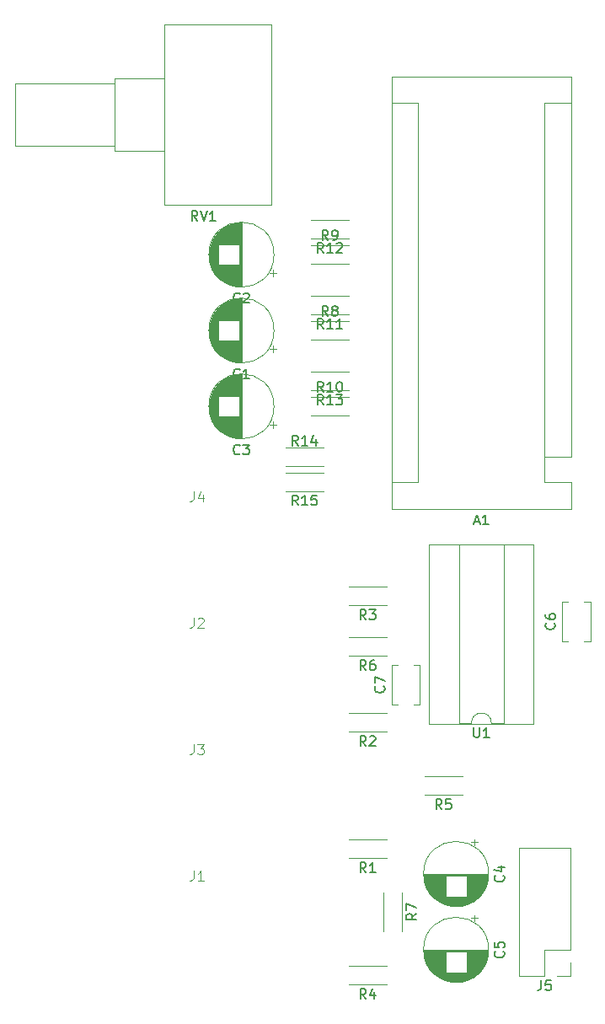
<source format=gbr>
%TF.GenerationSoftware,KiCad,Pcbnew,(5.1.6)-1*%
%TF.CreationDate,2021-04-21T22:04:27+02:00*%
%TF.ProjectId,answertainty,616e7377-6572-4746-9169-6e74792e6b69,rev?*%
%TF.SameCoordinates,Original*%
%TF.FileFunction,Legend,Top*%
%TF.FilePolarity,Positive*%
%FSLAX46Y46*%
G04 Gerber Fmt 4.6, Leading zero omitted, Abs format (unit mm)*
G04 Created by KiCad (PCBNEW (5.1.6)-1) date 2021-04-21 22:04:27*
%MOMM*%
%LPD*%
G01*
G04 APERTURE LIST*
%ADD10C,0.120000*%
%ADD11C,0.150000*%
%ADD12C,0.015000*%
G04 APERTURE END LIST*
D10*
%TO.C,C7*%
X121770000Y-126500000D02*
X121770000Y-122460000D01*
X124610000Y-126500000D02*
X124610000Y-122460000D01*
X121770000Y-126500000D02*
X122395000Y-126500000D01*
X123985000Y-126500000D02*
X124610000Y-126500000D01*
X121770000Y-122460000D02*
X122395000Y-122460000D01*
X123985000Y-122460000D02*
X124610000Y-122460000D01*
%TO.C,C6*%
X138915000Y-120150000D02*
X138915000Y-116110000D01*
X141755000Y-120150000D02*
X141755000Y-116110000D01*
X138915000Y-120150000D02*
X139540000Y-120150000D01*
X141130000Y-120150000D02*
X141755000Y-120150000D01*
X138915000Y-116110000D02*
X139540000Y-116110000D01*
X141130000Y-116110000D02*
X141755000Y-116110000D01*
%TO.C,R7*%
X121000000Y-145400000D02*
X121000000Y-149240000D01*
X122840000Y-145400000D02*
X122840000Y-149240000D01*
%TO.C,A1*%
X137160000Y-101600000D02*
X137160000Y-104140000D01*
X137160000Y-104140000D02*
X139830000Y-104140000D01*
X139830000Y-101600000D02*
X139830000Y-63370000D01*
X139830000Y-106810000D02*
X139830000Y-104140000D01*
X124460000Y-104140000D02*
X121790000Y-104140000D01*
X124460000Y-104140000D02*
X124460000Y-66040000D01*
X124460000Y-66040000D02*
X121790000Y-66040000D01*
X137160000Y-101600000D02*
X139830000Y-101600000D01*
X137160000Y-101600000D02*
X137160000Y-66040000D01*
X137160000Y-66040000D02*
X139830000Y-66040000D01*
X139830000Y-63370000D02*
X121790000Y-63370000D01*
X121790000Y-63370000D02*
X121790000Y-106810000D01*
X121790000Y-106810000D02*
X139830000Y-106810000D01*
%TO.C,C4*%
X131540000Y-143490000D02*
G75*
G03*
X131540000Y-143490000I-3270000J0D01*
G01*
X131500000Y-143490000D02*
X125040000Y-143490000D01*
X131500000Y-143530000D02*
X125040000Y-143530000D01*
X131500000Y-143570000D02*
X125040000Y-143570000D01*
X131498000Y-143610000D02*
X125042000Y-143610000D01*
X131497000Y-143650000D02*
X125043000Y-143650000D01*
X131494000Y-143690000D02*
X125046000Y-143690000D01*
X131492000Y-143730000D02*
X129310000Y-143730000D01*
X127230000Y-143730000D02*
X125048000Y-143730000D01*
X131488000Y-143770000D02*
X129310000Y-143770000D01*
X127230000Y-143770000D02*
X125052000Y-143770000D01*
X131485000Y-143810000D02*
X129310000Y-143810000D01*
X127230000Y-143810000D02*
X125055000Y-143810000D01*
X131481000Y-143850000D02*
X129310000Y-143850000D01*
X127230000Y-143850000D02*
X125059000Y-143850000D01*
X131476000Y-143890000D02*
X129310000Y-143890000D01*
X127230000Y-143890000D02*
X125064000Y-143890000D01*
X131471000Y-143930000D02*
X129310000Y-143930000D01*
X127230000Y-143930000D02*
X125069000Y-143930000D01*
X131465000Y-143970000D02*
X129310000Y-143970000D01*
X127230000Y-143970000D02*
X125075000Y-143970000D01*
X131459000Y-144010000D02*
X129310000Y-144010000D01*
X127230000Y-144010000D02*
X125081000Y-144010000D01*
X131452000Y-144050000D02*
X129310000Y-144050000D01*
X127230000Y-144050000D02*
X125088000Y-144050000D01*
X131445000Y-144090000D02*
X129310000Y-144090000D01*
X127230000Y-144090000D02*
X125095000Y-144090000D01*
X131437000Y-144130000D02*
X129310000Y-144130000D01*
X127230000Y-144130000D02*
X125103000Y-144130000D01*
X131429000Y-144170000D02*
X129310000Y-144170000D01*
X127230000Y-144170000D02*
X125111000Y-144170000D01*
X131420000Y-144211000D02*
X129310000Y-144211000D01*
X127230000Y-144211000D02*
X125120000Y-144211000D01*
X131411000Y-144251000D02*
X129310000Y-144251000D01*
X127230000Y-144251000D02*
X125129000Y-144251000D01*
X131401000Y-144291000D02*
X129310000Y-144291000D01*
X127230000Y-144291000D02*
X125139000Y-144291000D01*
X131391000Y-144331000D02*
X129310000Y-144331000D01*
X127230000Y-144331000D02*
X125149000Y-144331000D01*
X131380000Y-144371000D02*
X129310000Y-144371000D01*
X127230000Y-144371000D02*
X125160000Y-144371000D01*
X131368000Y-144411000D02*
X129310000Y-144411000D01*
X127230000Y-144411000D02*
X125172000Y-144411000D01*
X131356000Y-144451000D02*
X129310000Y-144451000D01*
X127230000Y-144451000D02*
X125184000Y-144451000D01*
X131344000Y-144491000D02*
X129310000Y-144491000D01*
X127230000Y-144491000D02*
X125196000Y-144491000D01*
X131331000Y-144531000D02*
X129310000Y-144531000D01*
X127230000Y-144531000D02*
X125209000Y-144531000D01*
X131317000Y-144571000D02*
X129310000Y-144571000D01*
X127230000Y-144571000D02*
X125223000Y-144571000D01*
X131303000Y-144611000D02*
X129310000Y-144611000D01*
X127230000Y-144611000D02*
X125237000Y-144611000D01*
X131288000Y-144651000D02*
X129310000Y-144651000D01*
X127230000Y-144651000D02*
X125252000Y-144651000D01*
X131272000Y-144691000D02*
X129310000Y-144691000D01*
X127230000Y-144691000D02*
X125268000Y-144691000D01*
X131256000Y-144731000D02*
X129310000Y-144731000D01*
X127230000Y-144731000D02*
X125284000Y-144731000D01*
X131240000Y-144771000D02*
X129310000Y-144771000D01*
X127230000Y-144771000D02*
X125300000Y-144771000D01*
X131222000Y-144811000D02*
X129310000Y-144811000D01*
X127230000Y-144811000D02*
X125318000Y-144811000D01*
X131204000Y-144851000D02*
X129310000Y-144851000D01*
X127230000Y-144851000D02*
X125336000Y-144851000D01*
X131186000Y-144891000D02*
X129310000Y-144891000D01*
X127230000Y-144891000D02*
X125354000Y-144891000D01*
X131166000Y-144931000D02*
X129310000Y-144931000D01*
X127230000Y-144931000D02*
X125374000Y-144931000D01*
X131146000Y-144971000D02*
X129310000Y-144971000D01*
X127230000Y-144971000D02*
X125394000Y-144971000D01*
X131126000Y-145011000D02*
X129310000Y-145011000D01*
X127230000Y-145011000D02*
X125414000Y-145011000D01*
X131104000Y-145051000D02*
X129310000Y-145051000D01*
X127230000Y-145051000D02*
X125436000Y-145051000D01*
X131082000Y-145091000D02*
X129310000Y-145091000D01*
X127230000Y-145091000D02*
X125458000Y-145091000D01*
X131060000Y-145131000D02*
X129310000Y-145131000D01*
X127230000Y-145131000D02*
X125480000Y-145131000D01*
X131036000Y-145171000D02*
X129310000Y-145171000D01*
X127230000Y-145171000D02*
X125504000Y-145171000D01*
X131012000Y-145211000D02*
X129310000Y-145211000D01*
X127230000Y-145211000D02*
X125528000Y-145211000D01*
X130986000Y-145251000D02*
X129310000Y-145251000D01*
X127230000Y-145251000D02*
X125554000Y-145251000D01*
X130960000Y-145291000D02*
X129310000Y-145291000D01*
X127230000Y-145291000D02*
X125580000Y-145291000D01*
X130934000Y-145331000D02*
X129310000Y-145331000D01*
X127230000Y-145331000D02*
X125606000Y-145331000D01*
X130906000Y-145371000D02*
X129310000Y-145371000D01*
X127230000Y-145371000D02*
X125634000Y-145371000D01*
X130877000Y-145411000D02*
X129310000Y-145411000D01*
X127230000Y-145411000D02*
X125663000Y-145411000D01*
X130848000Y-145451000D02*
X129310000Y-145451000D01*
X127230000Y-145451000D02*
X125692000Y-145451000D01*
X130818000Y-145491000D02*
X129310000Y-145491000D01*
X127230000Y-145491000D02*
X125722000Y-145491000D01*
X130786000Y-145531000D02*
X129310000Y-145531000D01*
X127230000Y-145531000D02*
X125754000Y-145531000D01*
X130754000Y-145571000D02*
X129310000Y-145571000D01*
X127230000Y-145571000D02*
X125786000Y-145571000D01*
X130720000Y-145611000D02*
X129310000Y-145611000D01*
X127230000Y-145611000D02*
X125820000Y-145611000D01*
X130686000Y-145651000D02*
X129310000Y-145651000D01*
X127230000Y-145651000D02*
X125854000Y-145651000D01*
X130650000Y-145691000D02*
X129310000Y-145691000D01*
X127230000Y-145691000D02*
X125890000Y-145691000D01*
X130613000Y-145731000D02*
X129310000Y-145731000D01*
X127230000Y-145731000D02*
X125927000Y-145731000D01*
X130575000Y-145771000D02*
X129310000Y-145771000D01*
X127230000Y-145771000D02*
X125965000Y-145771000D01*
X130535000Y-145811000D02*
X126005000Y-145811000D01*
X130494000Y-145851000D02*
X126046000Y-145851000D01*
X130452000Y-145891000D02*
X126088000Y-145891000D01*
X130407000Y-145931000D02*
X126133000Y-145931000D01*
X130362000Y-145971000D02*
X126178000Y-145971000D01*
X130314000Y-146011000D02*
X126226000Y-146011000D01*
X130265000Y-146051000D02*
X126275000Y-146051000D01*
X130214000Y-146091000D02*
X126326000Y-146091000D01*
X130160000Y-146131000D02*
X126380000Y-146131000D01*
X130104000Y-146171000D02*
X126436000Y-146171000D01*
X130046000Y-146211000D02*
X126494000Y-146211000D01*
X129984000Y-146251000D02*
X126556000Y-146251000D01*
X129920000Y-146291000D02*
X126620000Y-146291000D01*
X129851000Y-146331000D02*
X126689000Y-146331000D01*
X129779000Y-146371000D02*
X126761000Y-146371000D01*
X129702000Y-146411000D02*
X126838000Y-146411000D01*
X129620000Y-146451000D02*
X126920000Y-146451000D01*
X129532000Y-146491000D02*
X127008000Y-146491000D01*
X129435000Y-146531000D02*
X127105000Y-146531000D01*
X129329000Y-146571000D02*
X127211000Y-146571000D01*
X129210000Y-146611000D02*
X127330000Y-146611000D01*
X129072000Y-146651000D02*
X127468000Y-146651000D01*
X128903000Y-146691000D02*
X127637000Y-146691000D01*
X128672000Y-146731000D02*
X127868000Y-146731000D01*
X130109000Y-139989759D02*
X130109000Y-140619759D01*
X130424000Y-140304759D02*
X129794000Y-140304759D01*
%TO.C,C5*%
X131540000Y-151110000D02*
G75*
G03*
X131540000Y-151110000I-3270000J0D01*
G01*
X131500000Y-151110000D02*
X125040000Y-151110000D01*
X131500000Y-151150000D02*
X125040000Y-151150000D01*
X131500000Y-151190000D02*
X125040000Y-151190000D01*
X131498000Y-151230000D02*
X125042000Y-151230000D01*
X131497000Y-151270000D02*
X125043000Y-151270000D01*
X131494000Y-151310000D02*
X125046000Y-151310000D01*
X131492000Y-151350000D02*
X129310000Y-151350000D01*
X127230000Y-151350000D02*
X125048000Y-151350000D01*
X131488000Y-151390000D02*
X129310000Y-151390000D01*
X127230000Y-151390000D02*
X125052000Y-151390000D01*
X131485000Y-151430000D02*
X129310000Y-151430000D01*
X127230000Y-151430000D02*
X125055000Y-151430000D01*
X131481000Y-151470000D02*
X129310000Y-151470000D01*
X127230000Y-151470000D02*
X125059000Y-151470000D01*
X131476000Y-151510000D02*
X129310000Y-151510000D01*
X127230000Y-151510000D02*
X125064000Y-151510000D01*
X131471000Y-151550000D02*
X129310000Y-151550000D01*
X127230000Y-151550000D02*
X125069000Y-151550000D01*
X131465000Y-151590000D02*
X129310000Y-151590000D01*
X127230000Y-151590000D02*
X125075000Y-151590000D01*
X131459000Y-151630000D02*
X129310000Y-151630000D01*
X127230000Y-151630000D02*
X125081000Y-151630000D01*
X131452000Y-151670000D02*
X129310000Y-151670000D01*
X127230000Y-151670000D02*
X125088000Y-151670000D01*
X131445000Y-151710000D02*
X129310000Y-151710000D01*
X127230000Y-151710000D02*
X125095000Y-151710000D01*
X131437000Y-151750000D02*
X129310000Y-151750000D01*
X127230000Y-151750000D02*
X125103000Y-151750000D01*
X131429000Y-151790000D02*
X129310000Y-151790000D01*
X127230000Y-151790000D02*
X125111000Y-151790000D01*
X131420000Y-151831000D02*
X129310000Y-151831000D01*
X127230000Y-151831000D02*
X125120000Y-151831000D01*
X131411000Y-151871000D02*
X129310000Y-151871000D01*
X127230000Y-151871000D02*
X125129000Y-151871000D01*
X131401000Y-151911000D02*
X129310000Y-151911000D01*
X127230000Y-151911000D02*
X125139000Y-151911000D01*
X131391000Y-151951000D02*
X129310000Y-151951000D01*
X127230000Y-151951000D02*
X125149000Y-151951000D01*
X131380000Y-151991000D02*
X129310000Y-151991000D01*
X127230000Y-151991000D02*
X125160000Y-151991000D01*
X131368000Y-152031000D02*
X129310000Y-152031000D01*
X127230000Y-152031000D02*
X125172000Y-152031000D01*
X131356000Y-152071000D02*
X129310000Y-152071000D01*
X127230000Y-152071000D02*
X125184000Y-152071000D01*
X131344000Y-152111000D02*
X129310000Y-152111000D01*
X127230000Y-152111000D02*
X125196000Y-152111000D01*
X131331000Y-152151000D02*
X129310000Y-152151000D01*
X127230000Y-152151000D02*
X125209000Y-152151000D01*
X131317000Y-152191000D02*
X129310000Y-152191000D01*
X127230000Y-152191000D02*
X125223000Y-152191000D01*
X131303000Y-152231000D02*
X129310000Y-152231000D01*
X127230000Y-152231000D02*
X125237000Y-152231000D01*
X131288000Y-152271000D02*
X129310000Y-152271000D01*
X127230000Y-152271000D02*
X125252000Y-152271000D01*
X131272000Y-152311000D02*
X129310000Y-152311000D01*
X127230000Y-152311000D02*
X125268000Y-152311000D01*
X131256000Y-152351000D02*
X129310000Y-152351000D01*
X127230000Y-152351000D02*
X125284000Y-152351000D01*
X131240000Y-152391000D02*
X129310000Y-152391000D01*
X127230000Y-152391000D02*
X125300000Y-152391000D01*
X131222000Y-152431000D02*
X129310000Y-152431000D01*
X127230000Y-152431000D02*
X125318000Y-152431000D01*
X131204000Y-152471000D02*
X129310000Y-152471000D01*
X127230000Y-152471000D02*
X125336000Y-152471000D01*
X131186000Y-152511000D02*
X129310000Y-152511000D01*
X127230000Y-152511000D02*
X125354000Y-152511000D01*
X131166000Y-152551000D02*
X129310000Y-152551000D01*
X127230000Y-152551000D02*
X125374000Y-152551000D01*
X131146000Y-152591000D02*
X129310000Y-152591000D01*
X127230000Y-152591000D02*
X125394000Y-152591000D01*
X131126000Y-152631000D02*
X129310000Y-152631000D01*
X127230000Y-152631000D02*
X125414000Y-152631000D01*
X131104000Y-152671000D02*
X129310000Y-152671000D01*
X127230000Y-152671000D02*
X125436000Y-152671000D01*
X131082000Y-152711000D02*
X129310000Y-152711000D01*
X127230000Y-152711000D02*
X125458000Y-152711000D01*
X131060000Y-152751000D02*
X129310000Y-152751000D01*
X127230000Y-152751000D02*
X125480000Y-152751000D01*
X131036000Y-152791000D02*
X129310000Y-152791000D01*
X127230000Y-152791000D02*
X125504000Y-152791000D01*
X131012000Y-152831000D02*
X129310000Y-152831000D01*
X127230000Y-152831000D02*
X125528000Y-152831000D01*
X130986000Y-152871000D02*
X129310000Y-152871000D01*
X127230000Y-152871000D02*
X125554000Y-152871000D01*
X130960000Y-152911000D02*
X129310000Y-152911000D01*
X127230000Y-152911000D02*
X125580000Y-152911000D01*
X130934000Y-152951000D02*
X129310000Y-152951000D01*
X127230000Y-152951000D02*
X125606000Y-152951000D01*
X130906000Y-152991000D02*
X129310000Y-152991000D01*
X127230000Y-152991000D02*
X125634000Y-152991000D01*
X130877000Y-153031000D02*
X129310000Y-153031000D01*
X127230000Y-153031000D02*
X125663000Y-153031000D01*
X130848000Y-153071000D02*
X129310000Y-153071000D01*
X127230000Y-153071000D02*
X125692000Y-153071000D01*
X130818000Y-153111000D02*
X129310000Y-153111000D01*
X127230000Y-153111000D02*
X125722000Y-153111000D01*
X130786000Y-153151000D02*
X129310000Y-153151000D01*
X127230000Y-153151000D02*
X125754000Y-153151000D01*
X130754000Y-153191000D02*
X129310000Y-153191000D01*
X127230000Y-153191000D02*
X125786000Y-153191000D01*
X130720000Y-153231000D02*
X129310000Y-153231000D01*
X127230000Y-153231000D02*
X125820000Y-153231000D01*
X130686000Y-153271000D02*
X129310000Y-153271000D01*
X127230000Y-153271000D02*
X125854000Y-153271000D01*
X130650000Y-153311000D02*
X129310000Y-153311000D01*
X127230000Y-153311000D02*
X125890000Y-153311000D01*
X130613000Y-153351000D02*
X129310000Y-153351000D01*
X127230000Y-153351000D02*
X125927000Y-153351000D01*
X130575000Y-153391000D02*
X129310000Y-153391000D01*
X127230000Y-153391000D02*
X125965000Y-153391000D01*
X130535000Y-153431000D02*
X126005000Y-153431000D01*
X130494000Y-153471000D02*
X126046000Y-153471000D01*
X130452000Y-153511000D02*
X126088000Y-153511000D01*
X130407000Y-153551000D02*
X126133000Y-153551000D01*
X130362000Y-153591000D02*
X126178000Y-153591000D01*
X130314000Y-153631000D02*
X126226000Y-153631000D01*
X130265000Y-153671000D02*
X126275000Y-153671000D01*
X130214000Y-153711000D02*
X126326000Y-153711000D01*
X130160000Y-153751000D02*
X126380000Y-153751000D01*
X130104000Y-153791000D02*
X126436000Y-153791000D01*
X130046000Y-153831000D02*
X126494000Y-153831000D01*
X129984000Y-153871000D02*
X126556000Y-153871000D01*
X129920000Y-153911000D02*
X126620000Y-153911000D01*
X129851000Y-153951000D02*
X126689000Y-153951000D01*
X129779000Y-153991000D02*
X126761000Y-153991000D01*
X129702000Y-154031000D02*
X126838000Y-154031000D01*
X129620000Y-154071000D02*
X126920000Y-154071000D01*
X129532000Y-154111000D02*
X127008000Y-154111000D01*
X129435000Y-154151000D02*
X127105000Y-154151000D01*
X129329000Y-154191000D02*
X127211000Y-154191000D01*
X129210000Y-154231000D02*
X127330000Y-154231000D01*
X129072000Y-154271000D02*
X127468000Y-154271000D01*
X128903000Y-154311000D02*
X127637000Y-154311000D01*
X128672000Y-154351000D02*
X127868000Y-154351000D01*
X130109000Y-147609759D02*
X130109000Y-148239759D01*
X130424000Y-147924759D02*
X129794000Y-147924759D01*
%TO.C,R15*%
X111110000Y-105060000D02*
X114950000Y-105060000D01*
X111110000Y-103220000D02*
X114950000Y-103220000D01*
%TO.C,R14*%
X114950000Y-100680000D02*
X111110000Y-100680000D01*
X114950000Y-102520000D02*
X111110000Y-102520000D01*
%TO.C,R13*%
X117490000Y-93060000D02*
X113650000Y-93060000D01*
X117490000Y-94900000D02*
X113650000Y-94900000D01*
%TO.C,R12*%
X117490000Y-79660000D02*
X113650000Y-79660000D01*
X117490000Y-77820000D02*
X113650000Y-77820000D01*
%TO.C,R11*%
X117490000Y-85440000D02*
X113650000Y-85440000D01*
X117490000Y-87280000D02*
X113650000Y-87280000D01*
%TO.C,R10*%
X113650000Y-97440000D02*
X117490000Y-97440000D01*
X113650000Y-95600000D02*
X117490000Y-95600000D01*
%TO.C,R9*%
X113650000Y-82200000D02*
X117490000Y-82200000D01*
X113650000Y-80360000D02*
X117490000Y-80360000D01*
%TO.C,R8*%
X113650000Y-89820000D02*
X117490000Y-89820000D01*
X113650000Y-87980000D02*
X117490000Y-87980000D01*
%TO.C,R6*%
X121300000Y-119730000D02*
X117460000Y-119730000D01*
X121300000Y-121570000D02*
X117460000Y-121570000D01*
%TO.C,R5*%
X128920000Y-133700000D02*
X125080000Y-133700000D01*
X128920000Y-135540000D02*
X125080000Y-135540000D01*
%TO.C,R4*%
X121300000Y-152750000D02*
X117460000Y-152750000D01*
X121300000Y-154590000D02*
X117460000Y-154590000D01*
%TO.C,R3*%
X121300000Y-114650000D02*
X117460000Y-114650000D01*
X121300000Y-116490000D02*
X117460000Y-116490000D01*
%TO.C,R2*%
X121300000Y-127350000D02*
X117460000Y-127350000D01*
X121300000Y-129190000D02*
X117460000Y-129190000D01*
%TO.C,R1*%
X121300000Y-140050000D02*
X117460000Y-140050000D01*
X121300000Y-141890000D02*
X117460000Y-141890000D01*
%TO.C,J5*%
X139760000Y-153730000D02*
X138430000Y-153730000D01*
X139760000Y-152400000D02*
X139760000Y-153730000D01*
X137160000Y-153730000D02*
X134560000Y-153730000D01*
X137160000Y-151130000D02*
X137160000Y-153730000D01*
X139760000Y-151130000D02*
X137160000Y-151130000D01*
X134560000Y-153730000D02*
X134560000Y-140910000D01*
X139760000Y-151130000D02*
X139760000Y-140910000D01*
X139760000Y-140910000D02*
X134560000Y-140910000D01*
%TO.C,RV1*%
X109690000Y-76300000D02*
X98950000Y-76300000D01*
X109690000Y-58160000D02*
X98950000Y-58160000D01*
X109690000Y-76300000D02*
X109690000Y-58160000D01*
X98950000Y-76300000D02*
X98950000Y-58160000D01*
X98950000Y-70850000D02*
X93950000Y-70850000D01*
X98950000Y-63610000D02*
X93950000Y-63610000D01*
X98950000Y-70850000D02*
X98950000Y-63610000D01*
X93950000Y-70850000D02*
X93950000Y-63610000D01*
X93950000Y-70350000D02*
X83950000Y-70350000D01*
X93950000Y-64109000D02*
X83950000Y-64109000D01*
X93950000Y-70350000D02*
X93950000Y-64109000D01*
X83950000Y-70350000D02*
X83950000Y-64109000D01*
%TO.C,U1*%
X131810000Y-128330000D02*
X133060000Y-128330000D01*
X133060000Y-128330000D02*
X133060000Y-110430000D01*
X133060000Y-110430000D02*
X128560000Y-110430000D01*
X128560000Y-110430000D02*
X128560000Y-128330000D01*
X128560000Y-128330000D02*
X129810000Y-128330000D01*
X136060000Y-128390000D02*
X136060000Y-110370000D01*
X136060000Y-110370000D02*
X125560000Y-110370000D01*
X125560000Y-110370000D02*
X125560000Y-128390000D01*
X125560000Y-128390000D02*
X136060000Y-128390000D01*
X129810000Y-128330000D02*
G75*
G02*
X131810000Y-128330000I1000000J0D01*
G01*
%TO.C,C3*%
X109885241Y-98674000D02*
X109885241Y-98044000D01*
X110200241Y-98359000D02*
X109570241Y-98359000D01*
X103459000Y-96922000D02*
X103459000Y-96118000D01*
X103499000Y-97153000D02*
X103499000Y-95887000D01*
X103539000Y-97322000D02*
X103539000Y-95718000D01*
X103579000Y-97460000D02*
X103579000Y-95580000D01*
X103619000Y-97579000D02*
X103619000Y-95461000D01*
X103659000Y-97685000D02*
X103659000Y-95355000D01*
X103699000Y-97782000D02*
X103699000Y-95258000D01*
X103739000Y-97870000D02*
X103739000Y-95170000D01*
X103779000Y-97952000D02*
X103779000Y-95088000D01*
X103819000Y-98029000D02*
X103819000Y-95011000D01*
X103859000Y-98101000D02*
X103859000Y-94939000D01*
X103899000Y-98170000D02*
X103899000Y-94870000D01*
X103939000Y-98234000D02*
X103939000Y-94806000D01*
X103979000Y-98296000D02*
X103979000Y-94744000D01*
X104019000Y-98354000D02*
X104019000Y-94686000D01*
X104059000Y-98410000D02*
X104059000Y-94630000D01*
X104099000Y-98464000D02*
X104099000Y-94576000D01*
X104139000Y-98515000D02*
X104139000Y-94525000D01*
X104179000Y-98564000D02*
X104179000Y-94476000D01*
X104219000Y-98612000D02*
X104219000Y-94428000D01*
X104259000Y-98657000D02*
X104259000Y-94383000D01*
X104299000Y-98702000D02*
X104299000Y-94338000D01*
X104339000Y-98744000D02*
X104339000Y-94296000D01*
X104379000Y-98785000D02*
X104379000Y-94255000D01*
X104419000Y-95480000D02*
X104419000Y-94215000D01*
X104419000Y-98825000D02*
X104419000Y-97560000D01*
X104459000Y-95480000D02*
X104459000Y-94177000D01*
X104459000Y-98863000D02*
X104459000Y-97560000D01*
X104499000Y-95480000D02*
X104499000Y-94140000D01*
X104499000Y-98900000D02*
X104499000Y-97560000D01*
X104539000Y-95480000D02*
X104539000Y-94104000D01*
X104539000Y-98936000D02*
X104539000Y-97560000D01*
X104579000Y-95480000D02*
X104579000Y-94070000D01*
X104579000Y-98970000D02*
X104579000Y-97560000D01*
X104619000Y-95480000D02*
X104619000Y-94036000D01*
X104619000Y-99004000D02*
X104619000Y-97560000D01*
X104659000Y-95480000D02*
X104659000Y-94004000D01*
X104659000Y-99036000D02*
X104659000Y-97560000D01*
X104699000Y-95480000D02*
X104699000Y-93972000D01*
X104699000Y-99068000D02*
X104699000Y-97560000D01*
X104739000Y-95480000D02*
X104739000Y-93942000D01*
X104739000Y-99098000D02*
X104739000Y-97560000D01*
X104779000Y-95480000D02*
X104779000Y-93913000D01*
X104779000Y-99127000D02*
X104779000Y-97560000D01*
X104819000Y-95480000D02*
X104819000Y-93884000D01*
X104819000Y-99156000D02*
X104819000Y-97560000D01*
X104859000Y-95480000D02*
X104859000Y-93856000D01*
X104859000Y-99184000D02*
X104859000Y-97560000D01*
X104899000Y-95480000D02*
X104899000Y-93830000D01*
X104899000Y-99210000D02*
X104899000Y-97560000D01*
X104939000Y-95480000D02*
X104939000Y-93804000D01*
X104939000Y-99236000D02*
X104939000Y-97560000D01*
X104979000Y-95480000D02*
X104979000Y-93778000D01*
X104979000Y-99262000D02*
X104979000Y-97560000D01*
X105019000Y-95480000D02*
X105019000Y-93754000D01*
X105019000Y-99286000D02*
X105019000Y-97560000D01*
X105059000Y-95480000D02*
X105059000Y-93730000D01*
X105059000Y-99310000D02*
X105059000Y-97560000D01*
X105099000Y-95480000D02*
X105099000Y-93708000D01*
X105099000Y-99332000D02*
X105099000Y-97560000D01*
X105139000Y-95480000D02*
X105139000Y-93686000D01*
X105139000Y-99354000D02*
X105139000Y-97560000D01*
X105179000Y-95480000D02*
X105179000Y-93664000D01*
X105179000Y-99376000D02*
X105179000Y-97560000D01*
X105219000Y-95480000D02*
X105219000Y-93644000D01*
X105219000Y-99396000D02*
X105219000Y-97560000D01*
X105259000Y-95480000D02*
X105259000Y-93624000D01*
X105259000Y-99416000D02*
X105259000Y-97560000D01*
X105299000Y-95480000D02*
X105299000Y-93604000D01*
X105299000Y-99436000D02*
X105299000Y-97560000D01*
X105339000Y-95480000D02*
X105339000Y-93586000D01*
X105339000Y-99454000D02*
X105339000Y-97560000D01*
X105379000Y-95480000D02*
X105379000Y-93568000D01*
X105379000Y-99472000D02*
X105379000Y-97560000D01*
X105419000Y-95480000D02*
X105419000Y-93550000D01*
X105419000Y-99490000D02*
X105419000Y-97560000D01*
X105459000Y-95480000D02*
X105459000Y-93534000D01*
X105459000Y-99506000D02*
X105459000Y-97560000D01*
X105499000Y-95480000D02*
X105499000Y-93518000D01*
X105499000Y-99522000D02*
X105499000Y-97560000D01*
X105539000Y-95480000D02*
X105539000Y-93502000D01*
X105539000Y-99538000D02*
X105539000Y-97560000D01*
X105579000Y-95480000D02*
X105579000Y-93487000D01*
X105579000Y-99553000D02*
X105579000Y-97560000D01*
X105619000Y-95480000D02*
X105619000Y-93473000D01*
X105619000Y-99567000D02*
X105619000Y-97560000D01*
X105659000Y-95480000D02*
X105659000Y-93459000D01*
X105659000Y-99581000D02*
X105659000Y-97560000D01*
X105699000Y-95480000D02*
X105699000Y-93446000D01*
X105699000Y-99594000D02*
X105699000Y-97560000D01*
X105739000Y-95480000D02*
X105739000Y-93434000D01*
X105739000Y-99606000D02*
X105739000Y-97560000D01*
X105779000Y-95480000D02*
X105779000Y-93422000D01*
X105779000Y-99618000D02*
X105779000Y-97560000D01*
X105819000Y-95480000D02*
X105819000Y-93410000D01*
X105819000Y-99630000D02*
X105819000Y-97560000D01*
X105859000Y-95480000D02*
X105859000Y-93399000D01*
X105859000Y-99641000D02*
X105859000Y-97560000D01*
X105899000Y-95480000D02*
X105899000Y-93389000D01*
X105899000Y-99651000D02*
X105899000Y-97560000D01*
X105939000Y-95480000D02*
X105939000Y-93379000D01*
X105939000Y-99661000D02*
X105939000Y-97560000D01*
X105979000Y-95480000D02*
X105979000Y-93370000D01*
X105979000Y-99670000D02*
X105979000Y-97560000D01*
X106020000Y-95480000D02*
X106020000Y-93361000D01*
X106020000Y-99679000D02*
X106020000Y-97560000D01*
X106060000Y-95480000D02*
X106060000Y-93353000D01*
X106060000Y-99687000D02*
X106060000Y-97560000D01*
X106100000Y-95480000D02*
X106100000Y-93345000D01*
X106100000Y-99695000D02*
X106100000Y-97560000D01*
X106140000Y-95480000D02*
X106140000Y-93338000D01*
X106140000Y-99702000D02*
X106140000Y-97560000D01*
X106180000Y-95480000D02*
X106180000Y-93331000D01*
X106180000Y-99709000D02*
X106180000Y-97560000D01*
X106220000Y-95480000D02*
X106220000Y-93325000D01*
X106220000Y-99715000D02*
X106220000Y-97560000D01*
X106260000Y-95480000D02*
X106260000Y-93319000D01*
X106260000Y-99721000D02*
X106260000Y-97560000D01*
X106300000Y-95480000D02*
X106300000Y-93314000D01*
X106300000Y-99726000D02*
X106300000Y-97560000D01*
X106340000Y-95480000D02*
X106340000Y-93309000D01*
X106340000Y-99731000D02*
X106340000Y-97560000D01*
X106380000Y-95480000D02*
X106380000Y-93305000D01*
X106380000Y-99735000D02*
X106380000Y-97560000D01*
X106420000Y-95480000D02*
X106420000Y-93302000D01*
X106420000Y-99738000D02*
X106420000Y-97560000D01*
X106460000Y-95480000D02*
X106460000Y-93298000D01*
X106460000Y-99742000D02*
X106460000Y-97560000D01*
X106500000Y-99744000D02*
X106500000Y-93296000D01*
X106540000Y-99747000D02*
X106540000Y-93293000D01*
X106580000Y-99748000D02*
X106580000Y-93292000D01*
X106620000Y-99750000D02*
X106620000Y-93290000D01*
X106660000Y-99750000D02*
X106660000Y-93290000D01*
X106700000Y-99750000D02*
X106700000Y-93290000D01*
X109970000Y-96520000D02*
G75*
G03*
X109970000Y-96520000I-3270000J0D01*
G01*
%TO.C,C2*%
X109885241Y-83434000D02*
X109885241Y-82804000D01*
X110200241Y-83119000D02*
X109570241Y-83119000D01*
X103459000Y-81682000D02*
X103459000Y-80878000D01*
X103499000Y-81913000D02*
X103499000Y-80647000D01*
X103539000Y-82082000D02*
X103539000Y-80478000D01*
X103579000Y-82220000D02*
X103579000Y-80340000D01*
X103619000Y-82339000D02*
X103619000Y-80221000D01*
X103659000Y-82445000D02*
X103659000Y-80115000D01*
X103699000Y-82542000D02*
X103699000Y-80018000D01*
X103739000Y-82630000D02*
X103739000Y-79930000D01*
X103779000Y-82712000D02*
X103779000Y-79848000D01*
X103819000Y-82789000D02*
X103819000Y-79771000D01*
X103859000Y-82861000D02*
X103859000Y-79699000D01*
X103899000Y-82930000D02*
X103899000Y-79630000D01*
X103939000Y-82994000D02*
X103939000Y-79566000D01*
X103979000Y-83056000D02*
X103979000Y-79504000D01*
X104019000Y-83114000D02*
X104019000Y-79446000D01*
X104059000Y-83170000D02*
X104059000Y-79390000D01*
X104099000Y-83224000D02*
X104099000Y-79336000D01*
X104139000Y-83275000D02*
X104139000Y-79285000D01*
X104179000Y-83324000D02*
X104179000Y-79236000D01*
X104219000Y-83372000D02*
X104219000Y-79188000D01*
X104259000Y-83417000D02*
X104259000Y-79143000D01*
X104299000Y-83462000D02*
X104299000Y-79098000D01*
X104339000Y-83504000D02*
X104339000Y-79056000D01*
X104379000Y-83545000D02*
X104379000Y-79015000D01*
X104419000Y-80240000D02*
X104419000Y-78975000D01*
X104419000Y-83585000D02*
X104419000Y-82320000D01*
X104459000Y-80240000D02*
X104459000Y-78937000D01*
X104459000Y-83623000D02*
X104459000Y-82320000D01*
X104499000Y-80240000D02*
X104499000Y-78900000D01*
X104499000Y-83660000D02*
X104499000Y-82320000D01*
X104539000Y-80240000D02*
X104539000Y-78864000D01*
X104539000Y-83696000D02*
X104539000Y-82320000D01*
X104579000Y-80240000D02*
X104579000Y-78830000D01*
X104579000Y-83730000D02*
X104579000Y-82320000D01*
X104619000Y-80240000D02*
X104619000Y-78796000D01*
X104619000Y-83764000D02*
X104619000Y-82320000D01*
X104659000Y-80240000D02*
X104659000Y-78764000D01*
X104659000Y-83796000D02*
X104659000Y-82320000D01*
X104699000Y-80240000D02*
X104699000Y-78732000D01*
X104699000Y-83828000D02*
X104699000Y-82320000D01*
X104739000Y-80240000D02*
X104739000Y-78702000D01*
X104739000Y-83858000D02*
X104739000Y-82320000D01*
X104779000Y-80240000D02*
X104779000Y-78673000D01*
X104779000Y-83887000D02*
X104779000Y-82320000D01*
X104819000Y-80240000D02*
X104819000Y-78644000D01*
X104819000Y-83916000D02*
X104819000Y-82320000D01*
X104859000Y-80240000D02*
X104859000Y-78616000D01*
X104859000Y-83944000D02*
X104859000Y-82320000D01*
X104899000Y-80240000D02*
X104899000Y-78590000D01*
X104899000Y-83970000D02*
X104899000Y-82320000D01*
X104939000Y-80240000D02*
X104939000Y-78564000D01*
X104939000Y-83996000D02*
X104939000Y-82320000D01*
X104979000Y-80240000D02*
X104979000Y-78538000D01*
X104979000Y-84022000D02*
X104979000Y-82320000D01*
X105019000Y-80240000D02*
X105019000Y-78514000D01*
X105019000Y-84046000D02*
X105019000Y-82320000D01*
X105059000Y-80240000D02*
X105059000Y-78490000D01*
X105059000Y-84070000D02*
X105059000Y-82320000D01*
X105099000Y-80240000D02*
X105099000Y-78468000D01*
X105099000Y-84092000D02*
X105099000Y-82320000D01*
X105139000Y-80240000D02*
X105139000Y-78446000D01*
X105139000Y-84114000D02*
X105139000Y-82320000D01*
X105179000Y-80240000D02*
X105179000Y-78424000D01*
X105179000Y-84136000D02*
X105179000Y-82320000D01*
X105219000Y-80240000D02*
X105219000Y-78404000D01*
X105219000Y-84156000D02*
X105219000Y-82320000D01*
X105259000Y-80240000D02*
X105259000Y-78384000D01*
X105259000Y-84176000D02*
X105259000Y-82320000D01*
X105299000Y-80240000D02*
X105299000Y-78364000D01*
X105299000Y-84196000D02*
X105299000Y-82320000D01*
X105339000Y-80240000D02*
X105339000Y-78346000D01*
X105339000Y-84214000D02*
X105339000Y-82320000D01*
X105379000Y-80240000D02*
X105379000Y-78328000D01*
X105379000Y-84232000D02*
X105379000Y-82320000D01*
X105419000Y-80240000D02*
X105419000Y-78310000D01*
X105419000Y-84250000D02*
X105419000Y-82320000D01*
X105459000Y-80240000D02*
X105459000Y-78294000D01*
X105459000Y-84266000D02*
X105459000Y-82320000D01*
X105499000Y-80240000D02*
X105499000Y-78278000D01*
X105499000Y-84282000D02*
X105499000Y-82320000D01*
X105539000Y-80240000D02*
X105539000Y-78262000D01*
X105539000Y-84298000D02*
X105539000Y-82320000D01*
X105579000Y-80240000D02*
X105579000Y-78247000D01*
X105579000Y-84313000D02*
X105579000Y-82320000D01*
X105619000Y-80240000D02*
X105619000Y-78233000D01*
X105619000Y-84327000D02*
X105619000Y-82320000D01*
X105659000Y-80240000D02*
X105659000Y-78219000D01*
X105659000Y-84341000D02*
X105659000Y-82320000D01*
X105699000Y-80240000D02*
X105699000Y-78206000D01*
X105699000Y-84354000D02*
X105699000Y-82320000D01*
X105739000Y-80240000D02*
X105739000Y-78194000D01*
X105739000Y-84366000D02*
X105739000Y-82320000D01*
X105779000Y-80240000D02*
X105779000Y-78182000D01*
X105779000Y-84378000D02*
X105779000Y-82320000D01*
X105819000Y-80240000D02*
X105819000Y-78170000D01*
X105819000Y-84390000D02*
X105819000Y-82320000D01*
X105859000Y-80240000D02*
X105859000Y-78159000D01*
X105859000Y-84401000D02*
X105859000Y-82320000D01*
X105899000Y-80240000D02*
X105899000Y-78149000D01*
X105899000Y-84411000D02*
X105899000Y-82320000D01*
X105939000Y-80240000D02*
X105939000Y-78139000D01*
X105939000Y-84421000D02*
X105939000Y-82320000D01*
X105979000Y-80240000D02*
X105979000Y-78130000D01*
X105979000Y-84430000D02*
X105979000Y-82320000D01*
X106020000Y-80240000D02*
X106020000Y-78121000D01*
X106020000Y-84439000D02*
X106020000Y-82320000D01*
X106060000Y-80240000D02*
X106060000Y-78113000D01*
X106060000Y-84447000D02*
X106060000Y-82320000D01*
X106100000Y-80240000D02*
X106100000Y-78105000D01*
X106100000Y-84455000D02*
X106100000Y-82320000D01*
X106140000Y-80240000D02*
X106140000Y-78098000D01*
X106140000Y-84462000D02*
X106140000Y-82320000D01*
X106180000Y-80240000D02*
X106180000Y-78091000D01*
X106180000Y-84469000D02*
X106180000Y-82320000D01*
X106220000Y-80240000D02*
X106220000Y-78085000D01*
X106220000Y-84475000D02*
X106220000Y-82320000D01*
X106260000Y-80240000D02*
X106260000Y-78079000D01*
X106260000Y-84481000D02*
X106260000Y-82320000D01*
X106300000Y-80240000D02*
X106300000Y-78074000D01*
X106300000Y-84486000D02*
X106300000Y-82320000D01*
X106340000Y-80240000D02*
X106340000Y-78069000D01*
X106340000Y-84491000D02*
X106340000Y-82320000D01*
X106380000Y-80240000D02*
X106380000Y-78065000D01*
X106380000Y-84495000D02*
X106380000Y-82320000D01*
X106420000Y-80240000D02*
X106420000Y-78062000D01*
X106420000Y-84498000D02*
X106420000Y-82320000D01*
X106460000Y-80240000D02*
X106460000Y-78058000D01*
X106460000Y-84502000D02*
X106460000Y-82320000D01*
X106500000Y-84504000D02*
X106500000Y-78056000D01*
X106540000Y-84507000D02*
X106540000Y-78053000D01*
X106580000Y-84508000D02*
X106580000Y-78052000D01*
X106620000Y-84510000D02*
X106620000Y-78050000D01*
X106660000Y-84510000D02*
X106660000Y-78050000D01*
X106700000Y-84510000D02*
X106700000Y-78050000D01*
X109970000Y-81280000D02*
G75*
G03*
X109970000Y-81280000I-3270000J0D01*
G01*
%TO.C,C1*%
X109885241Y-91054000D02*
X109885241Y-90424000D01*
X110200241Y-90739000D02*
X109570241Y-90739000D01*
X103459000Y-89302000D02*
X103459000Y-88498000D01*
X103499000Y-89533000D02*
X103499000Y-88267000D01*
X103539000Y-89702000D02*
X103539000Y-88098000D01*
X103579000Y-89840000D02*
X103579000Y-87960000D01*
X103619000Y-89959000D02*
X103619000Y-87841000D01*
X103659000Y-90065000D02*
X103659000Y-87735000D01*
X103699000Y-90162000D02*
X103699000Y-87638000D01*
X103739000Y-90250000D02*
X103739000Y-87550000D01*
X103779000Y-90332000D02*
X103779000Y-87468000D01*
X103819000Y-90409000D02*
X103819000Y-87391000D01*
X103859000Y-90481000D02*
X103859000Y-87319000D01*
X103899000Y-90550000D02*
X103899000Y-87250000D01*
X103939000Y-90614000D02*
X103939000Y-87186000D01*
X103979000Y-90676000D02*
X103979000Y-87124000D01*
X104019000Y-90734000D02*
X104019000Y-87066000D01*
X104059000Y-90790000D02*
X104059000Y-87010000D01*
X104099000Y-90844000D02*
X104099000Y-86956000D01*
X104139000Y-90895000D02*
X104139000Y-86905000D01*
X104179000Y-90944000D02*
X104179000Y-86856000D01*
X104219000Y-90992000D02*
X104219000Y-86808000D01*
X104259000Y-91037000D02*
X104259000Y-86763000D01*
X104299000Y-91082000D02*
X104299000Y-86718000D01*
X104339000Y-91124000D02*
X104339000Y-86676000D01*
X104379000Y-91165000D02*
X104379000Y-86635000D01*
X104419000Y-87860000D02*
X104419000Y-86595000D01*
X104419000Y-91205000D02*
X104419000Y-89940000D01*
X104459000Y-87860000D02*
X104459000Y-86557000D01*
X104459000Y-91243000D02*
X104459000Y-89940000D01*
X104499000Y-87860000D02*
X104499000Y-86520000D01*
X104499000Y-91280000D02*
X104499000Y-89940000D01*
X104539000Y-87860000D02*
X104539000Y-86484000D01*
X104539000Y-91316000D02*
X104539000Y-89940000D01*
X104579000Y-87860000D02*
X104579000Y-86450000D01*
X104579000Y-91350000D02*
X104579000Y-89940000D01*
X104619000Y-87860000D02*
X104619000Y-86416000D01*
X104619000Y-91384000D02*
X104619000Y-89940000D01*
X104659000Y-87860000D02*
X104659000Y-86384000D01*
X104659000Y-91416000D02*
X104659000Y-89940000D01*
X104699000Y-87860000D02*
X104699000Y-86352000D01*
X104699000Y-91448000D02*
X104699000Y-89940000D01*
X104739000Y-87860000D02*
X104739000Y-86322000D01*
X104739000Y-91478000D02*
X104739000Y-89940000D01*
X104779000Y-87860000D02*
X104779000Y-86293000D01*
X104779000Y-91507000D02*
X104779000Y-89940000D01*
X104819000Y-87860000D02*
X104819000Y-86264000D01*
X104819000Y-91536000D02*
X104819000Y-89940000D01*
X104859000Y-87860000D02*
X104859000Y-86236000D01*
X104859000Y-91564000D02*
X104859000Y-89940000D01*
X104899000Y-87860000D02*
X104899000Y-86210000D01*
X104899000Y-91590000D02*
X104899000Y-89940000D01*
X104939000Y-87860000D02*
X104939000Y-86184000D01*
X104939000Y-91616000D02*
X104939000Y-89940000D01*
X104979000Y-87860000D02*
X104979000Y-86158000D01*
X104979000Y-91642000D02*
X104979000Y-89940000D01*
X105019000Y-87860000D02*
X105019000Y-86134000D01*
X105019000Y-91666000D02*
X105019000Y-89940000D01*
X105059000Y-87860000D02*
X105059000Y-86110000D01*
X105059000Y-91690000D02*
X105059000Y-89940000D01*
X105099000Y-87860000D02*
X105099000Y-86088000D01*
X105099000Y-91712000D02*
X105099000Y-89940000D01*
X105139000Y-87860000D02*
X105139000Y-86066000D01*
X105139000Y-91734000D02*
X105139000Y-89940000D01*
X105179000Y-87860000D02*
X105179000Y-86044000D01*
X105179000Y-91756000D02*
X105179000Y-89940000D01*
X105219000Y-87860000D02*
X105219000Y-86024000D01*
X105219000Y-91776000D02*
X105219000Y-89940000D01*
X105259000Y-87860000D02*
X105259000Y-86004000D01*
X105259000Y-91796000D02*
X105259000Y-89940000D01*
X105299000Y-87860000D02*
X105299000Y-85984000D01*
X105299000Y-91816000D02*
X105299000Y-89940000D01*
X105339000Y-87860000D02*
X105339000Y-85966000D01*
X105339000Y-91834000D02*
X105339000Y-89940000D01*
X105379000Y-87860000D02*
X105379000Y-85948000D01*
X105379000Y-91852000D02*
X105379000Y-89940000D01*
X105419000Y-87860000D02*
X105419000Y-85930000D01*
X105419000Y-91870000D02*
X105419000Y-89940000D01*
X105459000Y-87860000D02*
X105459000Y-85914000D01*
X105459000Y-91886000D02*
X105459000Y-89940000D01*
X105499000Y-87860000D02*
X105499000Y-85898000D01*
X105499000Y-91902000D02*
X105499000Y-89940000D01*
X105539000Y-87860000D02*
X105539000Y-85882000D01*
X105539000Y-91918000D02*
X105539000Y-89940000D01*
X105579000Y-87860000D02*
X105579000Y-85867000D01*
X105579000Y-91933000D02*
X105579000Y-89940000D01*
X105619000Y-87860000D02*
X105619000Y-85853000D01*
X105619000Y-91947000D02*
X105619000Y-89940000D01*
X105659000Y-87860000D02*
X105659000Y-85839000D01*
X105659000Y-91961000D02*
X105659000Y-89940000D01*
X105699000Y-87860000D02*
X105699000Y-85826000D01*
X105699000Y-91974000D02*
X105699000Y-89940000D01*
X105739000Y-87860000D02*
X105739000Y-85814000D01*
X105739000Y-91986000D02*
X105739000Y-89940000D01*
X105779000Y-87860000D02*
X105779000Y-85802000D01*
X105779000Y-91998000D02*
X105779000Y-89940000D01*
X105819000Y-87860000D02*
X105819000Y-85790000D01*
X105819000Y-92010000D02*
X105819000Y-89940000D01*
X105859000Y-87860000D02*
X105859000Y-85779000D01*
X105859000Y-92021000D02*
X105859000Y-89940000D01*
X105899000Y-87860000D02*
X105899000Y-85769000D01*
X105899000Y-92031000D02*
X105899000Y-89940000D01*
X105939000Y-87860000D02*
X105939000Y-85759000D01*
X105939000Y-92041000D02*
X105939000Y-89940000D01*
X105979000Y-87860000D02*
X105979000Y-85750000D01*
X105979000Y-92050000D02*
X105979000Y-89940000D01*
X106020000Y-87860000D02*
X106020000Y-85741000D01*
X106020000Y-92059000D02*
X106020000Y-89940000D01*
X106060000Y-87860000D02*
X106060000Y-85733000D01*
X106060000Y-92067000D02*
X106060000Y-89940000D01*
X106100000Y-87860000D02*
X106100000Y-85725000D01*
X106100000Y-92075000D02*
X106100000Y-89940000D01*
X106140000Y-87860000D02*
X106140000Y-85718000D01*
X106140000Y-92082000D02*
X106140000Y-89940000D01*
X106180000Y-87860000D02*
X106180000Y-85711000D01*
X106180000Y-92089000D02*
X106180000Y-89940000D01*
X106220000Y-87860000D02*
X106220000Y-85705000D01*
X106220000Y-92095000D02*
X106220000Y-89940000D01*
X106260000Y-87860000D02*
X106260000Y-85699000D01*
X106260000Y-92101000D02*
X106260000Y-89940000D01*
X106300000Y-87860000D02*
X106300000Y-85694000D01*
X106300000Y-92106000D02*
X106300000Y-89940000D01*
X106340000Y-87860000D02*
X106340000Y-85689000D01*
X106340000Y-92111000D02*
X106340000Y-89940000D01*
X106380000Y-87860000D02*
X106380000Y-85685000D01*
X106380000Y-92115000D02*
X106380000Y-89940000D01*
X106420000Y-87860000D02*
X106420000Y-85682000D01*
X106420000Y-92118000D02*
X106420000Y-89940000D01*
X106460000Y-87860000D02*
X106460000Y-85678000D01*
X106460000Y-92122000D02*
X106460000Y-89940000D01*
X106500000Y-92124000D02*
X106500000Y-85676000D01*
X106540000Y-92127000D02*
X106540000Y-85673000D01*
X106580000Y-92128000D02*
X106580000Y-85672000D01*
X106620000Y-92130000D02*
X106620000Y-85670000D01*
X106660000Y-92130000D02*
X106660000Y-85670000D01*
X106700000Y-92130000D02*
X106700000Y-85670000D01*
X109970000Y-88900000D02*
G75*
G03*
X109970000Y-88900000I-3270000J0D01*
G01*
%TO.C,C7*%
D11*
X120997142Y-124646666D02*
X121044761Y-124694285D01*
X121092380Y-124837142D01*
X121092380Y-124932380D01*
X121044761Y-125075238D01*
X120949523Y-125170476D01*
X120854285Y-125218095D01*
X120663809Y-125265714D01*
X120520952Y-125265714D01*
X120330476Y-125218095D01*
X120235238Y-125170476D01*
X120140000Y-125075238D01*
X120092380Y-124932380D01*
X120092380Y-124837142D01*
X120140000Y-124694285D01*
X120187619Y-124646666D01*
X120092380Y-124313333D02*
X120092380Y-123646666D01*
X121092380Y-124075238D01*
%TO.C,C6*%
X138142142Y-118296666D02*
X138189761Y-118344285D01*
X138237380Y-118487142D01*
X138237380Y-118582380D01*
X138189761Y-118725238D01*
X138094523Y-118820476D01*
X137999285Y-118868095D01*
X137808809Y-118915714D01*
X137665952Y-118915714D01*
X137475476Y-118868095D01*
X137380238Y-118820476D01*
X137285000Y-118725238D01*
X137237380Y-118582380D01*
X137237380Y-118487142D01*
X137285000Y-118344285D01*
X137332619Y-118296666D01*
X137237380Y-117439523D02*
X137237380Y-117630000D01*
X137285000Y-117725238D01*
X137332619Y-117772857D01*
X137475476Y-117868095D01*
X137665952Y-117915714D01*
X138046904Y-117915714D01*
X138142142Y-117868095D01*
X138189761Y-117820476D01*
X138237380Y-117725238D01*
X138237380Y-117534761D01*
X138189761Y-117439523D01*
X138142142Y-117391904D01*
X138046904Y-117344285D01*
X137808809Y-117344285D01*
X137713571Y-117391904D01*
X137665952Y-117439523D01*
X137618333Y-117534761D01*
X137618333Y-117725238D01*
X137665952Y-117820476D01*
X137713571Y-117868095D01*
X137808809Y-117915714D01*
%TO.C,R7*%
X124292380Y-147486666D02*
X123816190Y-147820000D01*
X124292380Y-148058095D02*
X123292380Y-148058095D01*
X123292380Y-147677142D01*
X123340000Y-147581904D01*
X123387619Y-147534285D01*
X123482857Y-147486666D01*
X123625714Y-147486666D01*
X123720952Y-147534285D01*
X123768571Y-147581904D01*
X123816190Y-147677142D01*
X123816190Y-148058095D01*
X123292380Y-147153333D02*
X123292380Y-146486666D01*
X124292380Y-146915238D01*
%TO.C,J4*%
D12*
X101901666Y-105077380D02*
X101901666Y-105791666D01*
X101854047Y-105934523D01*
X101758809Y-106029761D01*
X101615952Y-106077380D01*
X101520714Y-106077380D01*
X102806428Y-105410714D02*
X102806428Y-106077380D01*
X102568333Y-105029761D02*
X102330238Y-105744047D01*
X102949285Y-105744047D01*
%TO.C,A1*%
D11*
X130095714Y-108116666D02*
X130571904Y-108116666D01*
X130000476Y-108402380D02*
X130333809Y-107402380D01*
X130667142Y-108402380D01*
X131524285Y-108402380D02*
X130952857Y-108402380D01*
X131238571Y-108402380D02*
X131238571Y-107402380D01*
X131143333Y-107545238D01*
X131048095Y-107640476D01*
X130952857Y-107688095D01*
%TO.C,C4*%
X133027142Y-143656666D02*
X133074761Y-143704285D01*
X133122380Y-143847142D01*
X133122380Y-143942380D01*
X133074761Y-144085238D01*
X132979523Y-144180476D01*
X132884285Y-144228095D01*
X132693809Y-144275714D01*
X132550952Y-144275714D01*
X132360476Y-144228095D01*
X132265238Y-144180476D01*
X132170000Y-144085238D01*
X132122380Y-143942380D01*
X132122380Y-143847142D01*
X132170000Y-143704285D01*
X132217619Y-143656666D01*
X132455714Y-142799523D02*
X133122380Y-142799523D01*
X132074761Y-143037619D02*
X132789047Y-143275714D01*
X132789047Y-142656666D01*
%TO.C,C5*%
X133027142Y-151276666D02*
X133074761Y-151324285D01*
X133122380Y-151467142D01*
X133122380Y-151562380D01*
X133074761Y-151705238D01*
X132979523Y-151800476D01*
X132884285Y-151848095D01*
X132693809Y-151895714D01*
X132550952Y-151895714D01*
X132360476Y-151848095D01*
X132265238Y-151800476D01*
X132170000Y-151705238D01*
X132122380Y-151562380D01*
X132122380Y-151467142D01*
X132170000Y-151324285D01*
X132217619Y-151276666D01*
X132122380Y-150371904D02*
X132122380Y-150848095D01*
X132598571Y-150895714D01*
X132550952Y-150848095D01*
X132503333Y-150752857D01*
X132503333Y-150514761D01*
X132550952Y-150419523D01*
X132598571Y-150371904D01*
X132693809Y-150324285D01*
X132931904Y-150324285D01*
X133027142Y-150371904D01*
X133074761Y-150419523D01*
X133122380Y-150514761D01*
X133122380Y-150752857D01*
X133074761Y-150848095D01*
X133027142Y-150895714D01*
%TO.C,R15*%
X112387142Y-106452380D02*
X112053809Y-105976190D01*
X111815714Y-106452380D02*
X111815714Y-105452380D01*
X112196666Y-105452380D01*
X112291904Y-105500000D01*
X112339523Y-105547619D01*
X112387142Y-105642857D01*
X112387142Y-105785714D01*
X112339523Y-105880952D01*
X112291904Y-105928571D01*
X112196666Y-105976190D01*
X111815714Y-105976190D01*
X113339523Y-106452380D02*
X112768095Y-106452380D01*
X113053809Y-106452380D02*
X113053809Y-105452380D01*
X112958571Y-105595238D01*
X112863333Y-105690476D01*
X112768095Y-105738095D01*
X114244285Y-105452380D02*
X113768095Y-105452380D01*
X113720476Y-105928571D01*
X113768095Y-105880952D01*
X113863333Y-105833333D01*
X114101428Y-105833333D01*
X114196666Y-105880952D01*
X114244285Y-105928571D01*
X114291904Y-106023809D01*
X114291904Y-106261904D01*
X114244285Y-106357142D01*
X114196666Y-106404761D01*
X114101428Y-106452380D01*
X113863333Y-106452380D01*
X113768095Y-106404761D01*
X113720476Y-106357142D01*
%TO.C,R14*%
X112387142Y-100452380D02*
X112053809Y-99976190D01*
X111815714Y-100452380D02*
X111815714Y-99452380D01*
X112196666Y-99452380D01*
X112291904Y-99500000D01*
X112339523Y-99547619D01*
X112387142Y-99642857D01*
X112387142Y-99785714D01*
X112339523Y-99880952D01*
X112291904Y-99928571D01*
X112196666Y-99976190D01*
X111815714Y-99976190D01*
X113339523Y-100452380D02*
X112768095Y-100452380D01*
X113053809Y-100452380D02*
X113053809Y-99452380D01*
X112958571Y-99595238D01*
X112863333Y-99690476D01*
X112768095Y-99738095D01*
X114196666Y-99785714D02*
X114196666Y-100452380D01*
X113958571Y-99404761D02*
X113720476Y-100119047D01*
X114339523Y-100119047D01*
%TO.C,R13*%
X114927142Y-96352380D02*
X114593809Y-95876190D01*
X114355714Y-96352380D02*
X114355714Y-95352380D01*
X114736666Y-95352380D01*
X114831904Y-95400000D01*
X114879523Y-95447619D01*
X114927142Y-95542857D01*
X114927142Y-95685714D01*
X114879523Y-95780952D01*
X114831904Y-95828571D01*
X114736666Y-95876190D01*
X114355714Y-95876190D01*
X115879523Y-96352380D02*
X115308095Y-96352380D01*
X115593809Y-96352380D02*
X115593809Y-95352380D01*
X115498571Y-95495238D01*
X115403333Y-95590476D01*
X115308095Y-95638095D01*
X116212857Y-95352380D02*
X116831904Y-95352380D01*
X116498571Y-95733333D01*
X116641428Y-95733333D01*
X116736666Y-95780952D01*
X116784285Y-95828571D01*
X116831904Y-95923809D01*
X116831904Y-96161904D01*
X116784285Y-96257142D01*
X116736666Y-96304761D01*
X116641428Y-96352380D01*
X116355714Y-96352380D01*
X116260476Y-96304761D01*
X116212857Y-96257142D01*
%TO.C,R12*%
X114927142Y-81112380D02*
X114593809Y-80636190D01*
X114355714Y-81112380D02*
X114355714Y-80112380D01*
X114736666Y-80112380D01*
X114831904Y-80160000D01*
X114879523Y-80207619D01*
X114927142Y-80302857D01*
X114927142Y-80445714D01*
X114879523Y-80540952D01*
X114831904Y-80588571D01*
X114736666Y-80636190D01*
X114355714Y-80636190D01*
X115879523Y-81112380D02*
X115308095Y-81112380D01*
X115593809Y-81112380D02*
X115593809Y-80112380D01*
X115498571Y-80255238D01*
X115403333Y-80350476D01*
X115308095Y-80398095D01*
X116260476Y-80207619D02*
X116308095Y-80160000D01*
X116403333Y-80112380D01*
X116641428Y-80112380D01*
X116736666Y-80160000D01*
X116784285Y-80207619D01*
X116831904Y-80302857D01*
X116831904Y-80398095D01*
X116784285Y-80540952D01*
X116212857Y-81112380D01*
X116831904Y-81112380D01*
%TO.C,R11*%
X114927142Y-88732380D02*
X114593809Y-88256190D01*
X114355714Y-88732380D02*
X114355714Y-87732380D01*
X114736666Y-87732380D01*
X114831904Y-87780000D01*
X114879523Y-87827619D01*
X114927142Y-87922857D01*
X114927142Y-88065714D01*
X114879523Y-88160952D01*
X114831904Y-88208571D01*
X114736666Y-88256190D01*
X114355714Y-88256190D01*
X115879523Y-88732380D02*
X115308095Y-88732380D01*
X115593809Y-88732380D02*
X115593809Y-87732380D01*
X115498571Y-87875238D01*
X115403333Y-87970476D01*
X115308095Y-88018095D01*
X116831904Y-88732380D02*
X116260476Y-88732380D01*
X116546190Y-88732380D02*
X116546190Y-87732380D01*
X116450952Y-87875238D01*
X116355714Y-87970476D01*
X116260476Y-88018095D01*
%TO.C,R10*%
X114927142Y-95052380D02*
X114593809Y-94576190D01*
X114355714Y-95052380D02*
X114355714Y-94052380D01*
X114736666Y-94052380D01*
X114831904Y-94100000D01*
X114879523Y-94147619D01*
X114927142Y-94242857D01*
X114927142Y-94385714D01*
X114879523Y-94480952D01*
X114831904Y-94528571D01*
X114736666Y-94576190D01*
X114355714Y-94576190D01*
X115879523Y-95052380D02*
X115308095Y-95052380D01*
X115593809Y-95052380D02*
X115593809Y-94052380D01*
X115498571Y-94195238D01*
X115403333Y-94290476D01*
X115308095Y-94338095D01*
X116498571Y-94052380D02*
X116593809Y-94052380D01*
X116689047Y-94100000D01*
X116736666Y-94147619D01*
X116784285Y-94242857D01*
X116831904Y-94433333D01*
X116831904Y-94671428D01*
X116784285Y-94861904D01*
X116736666Y-94957142D01*
X116689047Y-95004761D01*
X116593809Y-95052380D01*
X116498571Y-95052380D01*
X116403333Y-95004761D01*
X116355714Y-94957142D01*
X116308095Y-94861904D01*
X116260476Y-94671428D01*
X116260476Y-94433333D01*
X116308095Y-94242857D01*
X116355714Y-94147619D01*
X116403333Y-94100000D01*
X116498571Y-94052380D01*
%TO.C,R9*%
X115403333Y-79812380D02*
X115070000Y-79336190D01*
X114831904Y-79812380D02*
X114831904Y-78812380D01*
X115212857Y-78812380D01*
X115308095Y-78860000D01*
X115355714Y-78907619D01*
X115403333Y-79002857D01*
X115403333Y-79145714D01*
X115355714Y-79240952D01*
X115308095Y-79288571D01*
X115212857Y-79336190D01*
X114831904Y-79336190D01*
X115879523Y-79812380D02*
X116070000Y-79812380D01*
X116165238Y-79764761D01*
X116212857Y-79717142D01*
X116308095Y-79574285D01*
X116355714Y-79383809D01*
X116355714Y-79002857D01*
X116308095Y-78907619D01*
X116260476Y-78860000D01*
X116165238Y-78812380D01*
X115974761Y-78812380D01*
X115879523Y-78860000D01*
X115831904Y-78907619D01*
X115784285Y-79002857D01*
X115784285Y-79240952D01*
X115831904Y-79336190D01*
X115879523Y-79383809D01*
X115974761Y-79431428D01*
X116165238Y-79431428D01*
X116260476Y-79383809D01*
X116308095Y-79336190D01*
X116355714Y-79240952D01*
%TO.C,R8*%
X115403333Y-87432380D02*
X115070000Y-86956190D01*
X114831904Y-87432380D02*
X114831904Y-86432380D01*
X115212857Y-86432380D01*
X115308095Y-86480000D01*
X115355714Y-86527619D01*
X115403333Y-86622857D01*
X115403333Y-86765714D01*
X115355714Y-86860952D01*
X115308095Y-86908571D01*
X115212857Y-86956190D01*
X114831904Y-86956190D01*
X115974761Y-86860952D02*
X115879523Y-86813333D01*
X115831904Y-86765714D01*
X115784285Y-86670476D01*
X115784285Y-86622857D01*
X115831904Y-86527619D01*
X115879523Y-86480000D01*
X115974761Y-86432380D01*
X116165238Y-86432380D01*
X116260476Y-86480000D01*
X116308095Y-86527619D01*
X116355714Y-86622857D01*
X116355714Y-86670476D01*
X116308095Y-86765714D01*
X116260476Y-86813333D01*
X116165238Y-86860952D01*
X115974761Y-86860952D01*
X115879523Y-86908571D01*
X115831904Y-86956190D01*
X115784285Y-87051428D01*
X115784285Y-87241904D01*
X115831904Y-87337142D01*
X115879523Y-87384761D01*
X115974761Y-87432380D01*
X116165238Y-87432380D01*
X116260476Y-87384761D01*
X116308095Y-87337142D01*
X116355714Y-87241904D01*
X116355714Y-87051428D01*
X116308095Y-86956190D01*
X116260476Y-86908571D01*
X116165238Y-86860952D01*
%TO.C,R6*%
X119213333Y-123022380D02*
X118880000Y-122546190D01*
X118641904Y-123022380D02*
X118641904Y-122022380D01*
X119022857Y-122022380D01*
X119118095Y-122070000D01*
X119165714Y-122117619D01*
X119213333Y-122212857D01*
X119213333Y-122355714D01*
X119165714Y-122450952D01*
X119118095Y-122498571D01*
X119022857Y-122546190D01*
X118641904Y-122546190D01*
X120070476Y-122022380D02*
X119880000Y-122022380D01*
X119784761Y-122070000D01*
X119737142Y-122117619D01*
X119641904Y-122260476D01*
X119594285Y-122450952D01*
X119594285Y-122831904D01*
X119641904Y-122927142D01*
X119689523Y-122974761D01*
X119784761Y-123022380D01*
X119975238Y-123022380D01*
X120070476Y-122974761D01*
X120118095Y-122927142D01*
X120165714Y-122831904D01*
X120165714Y-122593809D01*
X120118095Y-122498571D01*
X120070476Y-122450952D01*
X119975238Y-122403333D01*
X119784761Y-122403333D01*
X119689523Y-122450952D01*
X119641904Y-122498571D01*
X119594285Y-122593809D01*
%TO.C,R5*%
X126833333Y-136992380D02*
X126500000Y-136516190D01*
X126261904Y-136992380D02*
X126261904Y-135992380D01*
X126642857Y-135992380D01*
X126738095Y-136040000D01*
X126785714Y-136087619D01*
X126833333Y-136182857D01*
X126833333Y-136325714D01*
X126785714Y-136420952D01*
X126738095Y-136468571D01*
X126642857Y-136516190D01*
X126261904Y-136516190D01*
X127738095Y-135992380D02*
X127261904Y-135992380D01*
X127214285Y-136468571D01*
X127261904Y-136420952D01*
X127357142Y-136373333D01*
X127595238Y-136373333D01*
X127690476Y-136420952D01*
X127738095Y-136468571D01*
X127785714Y-136563809D01*
X127785714Y-136801904D01*
X127738095Y-136897142D01*
X127690476Y-136944761D01*
X127595238Y-136992380D01*
X127357142Y-136992380D01*
X127261904Y-136944761D01*
X127214285Y-136897142D01*
%TO.C,R4*%
X119213333Y-156042380D02*
X118880000Y-155566190D01*
X118641904Y-156042380D02*
X118641904Y-155042380D01*
X119022857Y-155042380D01*
X119118095Y-155090000D01*
X119165714Y-155137619D01*
X119213333Y-155232857D01*
X119213333Y-155375714D01*
X119165714Y-155470952D01*
X119118095Y-155518571D01*
X119022857Y-155566190D01*
X118641904Y-155566190D01*
X120070476Y-155375714D02*
X120070476Y-156042380D01*
X119832380Y-154994761D02*
X119594285Y-155709047D01*
X120213333Y-155709047D01*
%TO.C,R3*%
X119213333Y-117942380D02*
X118880000Y-117466190D01*
X118641904Y-117942380D02*
X118641904Y-116942380D01*
X119022857Y-116942380D01*
X119118095Y-116990000D01*
X119165714Y-117037619D01*
X119213333Y-117132857D01*
X119213333Y-117275714D01*
X119165714Y-117370952D01*
X119118095Y-117418571D01*
X119022857Y-117466190D01*
X118641904Y-117466190D01*
X119546666Y-116942380D02*
X120165714Y-116942380D01*
X119832380Y-117323333D01*
X119975238Y-117323333D01*
X120070476Y-117370952D01*
X120118095Y-117418571D01*
X120165714Y-117513809D01*
X120165714Y-117751904D01*
X120118095Y-117847142D01*
X120070476Y-117894761D01*
X119975238Y-117942380D01*
X119689523Y-117942380D01*
X119594285Y-117894761D01*
X119546666Y-117847142D01*
%TO.C,R2*%
X119213333Y-130642380D02*
X118880000Y-130166190D01*
X118641904Y-130642380D02*
X118641904Y-129642380D01*
X119022857Y-129642380D01*
X119118095Y-129690000D01*
X119165714Y-129737619D01*
X119213333Y-129832857D01*
X119213333Y-129975714D01*
X119165714Y-130070952D01*
X119118095Y-130118571D01*
X119022857Y-130166190D01*
X118641904Y-130166190D01*
X119594285Y-129737619D02*
X119641904Y-129690000D01*
X119737142Y-129642380D01*
X119975238Y-129642380D01*
X120070476Y-129690000D01*
X120118095Y-129737619D01*
X120165714Y-129832857D01*
X120165714Y-129928095D01*
X120118095Y-130070952D01*
X119546666Y-130642380D01*
X120165714Y-130642380D01*
%TO.C,R1*%
X119213333Y-143342380D02*
X118880000Y-142866190D01*
X118641904Y-143342380D02*
X118641904Y-142342380D01*
X119022857Y-142342380D01*
X119118095Y-142390000D01*
X119165714Y-142437619D01*
X119213333Y-142532857D01*
X119213333Y-142675714D01*
X119165714Y-142770952D01*
X119118095Y-142818571D01*
X119022857Y-142866190D01*
X118641904Y-142866190D01*
X120165714Y-143342380D02*
X119594285Y-143342380D01*
X119880000Y-143342380D02*
X119880000Y-142342380D01*
X119784761Y-142485238D01*
X119689523Y-142580476D01*
X119594285Y-142628095D01*
%TO.C,J5*%
X136826666Y-154182380D02*
X136826666Y-154896666D01*
X136779047Y-155039523D01*
X136683809Y-155134761D01*
X136540952Y-155182380D01*
X136445714Y-155182380D01*
X137779047Y-154182380D02*
X137302857Y-154182380D01*
X137255238Y-154658571D01*
X137302857Y-154610952D01*
X137398095Y-154563333D01*
X137636190Y-154563333D01*
X137731428Y-154610952D01*
X137779047Y-154658571D01*
X137826666Y-154753809D01*
X137826666Y-154991904D01*
X137779047Y-155087142D01*
X137731428Y-155134761D01*
X137636190Y-155182380D01*
X137398095Y-155182380D01*
X137302857Y-155134761D01*
X137255238Y-155087142D01*
%TO.C,J1*%
D12*
X101901666Y-143177380D02*
X101901666Y-143891666D01*
X101854047Y-144034523D01*
X101758809Y-144129761D01*
X101615952Y-144177380D01*
X101520714Y-144177380D01*
X102901666Y-144177380D02*
X102330238Y-144177380D01*
X102615952Y-144177380D02*
X102615952Y-143177380D01*
X102520714Y-143320238D01*
X102425476Y-143415476D01*
X102330238Y-143463095D01*
%TO.C,RV1*%
D11*
X102274761Y-77882380D02*
X101941428Y-77406190D01*
X101703333Y-77882380D02*
X101703333Y-76882380D01*
X102084285Y-76882380D01*
X102179523Y-76930000D01*
X102227142Y-76977619D01*
X102274761Y-77072857D01*
X102274761Y-77215714D01*
X102227142Y-77310952D01*
X102179523Y-77358571D01*
X102084285Y-77406190D01*
X101703333Y-77406190D01*
X102560476Y-76882380D02*
X102893809Y-77882380D01*
X103227142Y-76882380D01*
X104084285Y-77882380D02*
X103512857Y-77882380D01*
X103798571Y-77882380D02*
X103798571Y-76882380D01*
X103703333Y-77025238D01*
X103608095Y-77120476D01*
X103512857Y-77168095D01*
%TO.C,J3*%
D12*
X101901666Y-130477380D02*
X101901666Y-131191666D01*
X101854047Y-131334523D01*
X101758809Y-131429761D01*
X101615952Y-131477380D01*
X101520714Y-131477380D01*
X102282619Y-130477380D02*
X102901666Y-130477380D01*
X102568333Y-130858333D01*
X102711190Y-130858333D01*
X102806428Y-130905952D01*
X102854047Y-130953571D01*
X102901666Y-131048809D01*
X102901666Y-131286904D01*
X102854047Y-131382142D01*
X102806428Y-131429761D01*
X102711190Y-131477380D01*
X102425476Y-131477380D01*
X102330238Y-131429761D01*
X102282619Y-131382142D01*
%TO.C,J2*%
X101901666Y-117777380D02*
X101901666Y-118491666D01*
X101854047Y-118634523D01*
X101758809Y-118729761D01*
X101615952Y-118777380D01*
X101520714Y-118777380D01*
X102330238Y-117872619D02*
X102377857Y-117825000D01*
X102473095Y-117777380D01*
X102711190Y-117777380D01*
X102806428Y-117825000D01*
X102854047Y-117872619D01*
X102901666Y-117967857D01*
X102901666Y-118063095D01*
X102854047Y-118205952D01*
X102282619Y-118777380D01*
X102901666Y-118777380D01*
%TO.C,U1*%
D11*
X130048095Y-128782380D02*
X130048095Y-129591904D01*
X130095714Y-129687142D01*
X130143333Y-129734761D01*
X130238571Y-129782380D01*
X130429047Y-129782380D01*
X130524285Y-129734761D01*
X130571904Y-129687142D01*
X130619523Y-129591904D01*
X130619523Y-128782380D01*
X131619523Y-129782380D02*
X131048095Y-129782380D01*
X131333809Y-129782380D02*
X131333809Y-128782380D01*
X131238571Y-128925238D01*
X131143333Y-129020476D01*
X131048095Y-129068095D01*
%TO.C,C3*%
X106533333Y-101277142D02*
X106485714Y-101324761D01*
X106342857Y-101372380D01*
X106247619Y-101372380D01*
X106104761Y-101324761D01*
X106009523Y-101229523D01*
X105961904Y-101134285D01*
X105914285Y-100943809D01*
X105914285Y-100800952D01*
X105961904Y-100610476D01*
X106009523Y-100515238D01*
X106104761Y-100420000D01*
X106247619Y-100372380D01*
X106342857Y-100372380D01*
X106485714Y-100420000D01*
X106533333Y-100467619D01*
X106866666Y-100372380D02*
X107485714Y-100372380D01*
X107152380Y-100753333D01*
X107295238Y-100753333D01*
X107390476Y-100800952D01*
X107438095Y-100848571D01*
X107485714Y-100943809D01*
X107485714Y-101181904D01*
X107438095Y-101277142D01*
X107390476Y-101324761D01*
X107295238Y-101372380D01*
X107009523Y-101372380D01*
X106914285Y-101324761D01*
X106866666Y-101277142D01*
%TO.C,C2*%
X106533333Y-86037142D02*
X106485714Y-86084761D01*
X106342857Y-86132380D01*
X106247619Y-86132380D01*
X106104761Y-86084761D01*
X106009523Y-85989523D01*
X105961904Y-85894285D01*
X105914285Y-85703809D01*
X105914285Y-85560952D01*
X105961904Y-85370476D01*
X106009523Y-85275238D01*
X106104761Y-85180000D01*
X106247619Y-85132380D01*
X106342857Y-85132380D01*
X106485714Y-85180000D01*
X106533333Y-85227619D01*
X106914285Y-85227619D02*
X106961904Y-85180000D01*
X107057142Y-85132380D01*
X107295238Y-85132380D01*
X107390476Y-85180000D01*
X107438095Y-85227619D01*
X107485714Y-85322857D01*
X107485714Y-85418095D01*
X107438095Y-85560952D01*
X106866666Y-86132380D01*
X107485714Y-86132380D01*
%TO.C,C1*%
X106533333Y-93657142D02*
X106485714Y-93704761D01*
X106342857Y-93752380D01*
X106247619Y-93752380D01*
X106104761Y-93704761D01*
X106009523Y-93609523D01*
X105961904Y-93514285D01*
X105914285Y-93323809D01*
X105914285Y-93180952D01*
X105961904Y-92990476D01*
X106009523Y-92895238D01*
X106104761Y-92800000D01*
X106247619Y-92752380D01*
X106342857Y-92752380D01*
X106485714Y-92800000D01*
X106533333Y-92847619D01*
X107485714Y-93752380D02*
X106914285Y-93752380D01*
X107200000Y-93752380D02*
X107200000Y-92752380D01*
X107104761Y-92895238D01*
X107009523Y-92990476D01*
X106914285Y-93038095D01*
%TD*%
M02*

</source>
